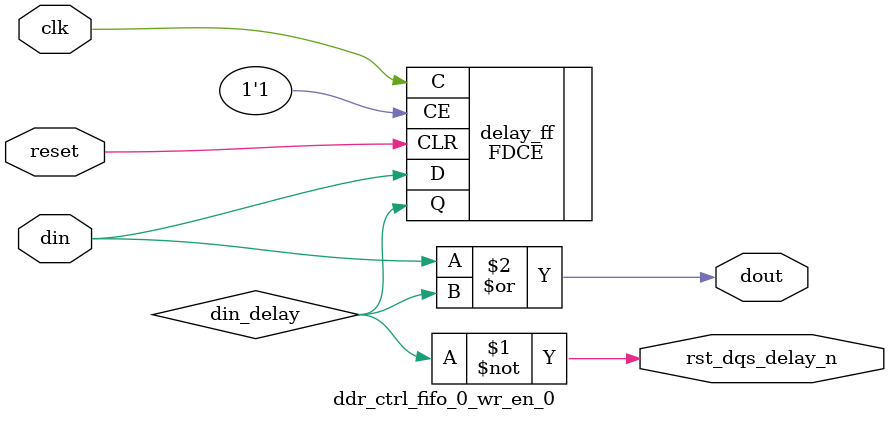
<source format=v>

`timescale 1ns/100ps
module ddr_ctrl_fifo_0_wr_en_0
  (
   input  clk,
   input  reset,
   input  din,
   output rst_dqs_delay_n,
   output dout
   );

   wire din_delay;

   localparam TIE_HIGH = 1'b1;

   assign rst_dqs_delay_n = ~din_delay;
   assign dout            = (din | (din_delay));
   
   FDCE delay_ff
     (
      .Q  (din_delay),
      .C  (clk),
      .CE (TIE_HIGH),
      .CLR(reset),
      .D  (din)
      );

endmodule

</source>
